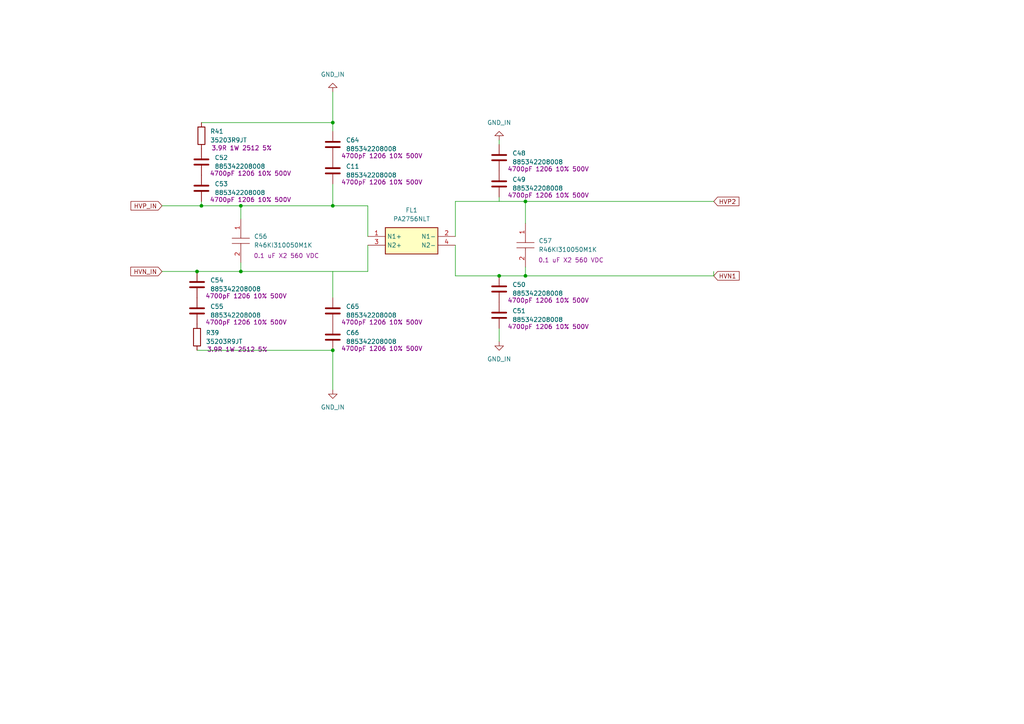
<source format=kicad_sch>
(kicad_sch (version 20250114) (generator "eeschema") (generator_version "9.0")
  (paper "A4")
  (lib_symbols
    (symbol "Device:C" (pin_numbers (hide yes)) (pin_names (offset 0.254))
      (property "Reference" "C" (at 0.635 2.54 0))
      (property "Value" "C" (at 0.635 -2.54 0))
      (symbol "C_0_1"
        (polyline (pts (xy -2.032 0.762) (xy 2.032 0.762)) (stroke (width 0.508)))
        (polyline (pts (xy -2.032 -0.762) (xy 2.032 -0.762)) (stroke (width 0.508)))
      )
      (symbol "C_1_1"
        (pin passive line (at 0 3.81 270) (length 2.794) (name "~") (number "1"))
        (pin passive line (at 0 -3.81 90) (length 2.794) (name "~") (number "2"))
      )
    )
    (symbol "Device:R" (pin_numbers (hide yes)) (pin_names (offset 0))
      (property "Reference" "R" (at 2.032 0 90))
      (property "Value" "R" (at 0 0 90))
      (symbol "R_0_1"
        (rectangle (start -1.016 -2.54) (end 1.016 2.54) (stroke (width 0.254)))
      )
      (symbol "R_1_1"
        (pin passive line (at 0 3.81 270) (length 1.27) (name "~") (number "1"))
        (pin passive line (at 0 -3.81 90) (length 1.27) (name "~") (number "2"))
      )
    )
    (symbol "PA2756NLT:PA2756NLT"
      (property "Reference" "FL" (at 21.59 7.62 0))
      (property "Value" "PA2756NLT" (at 21.59 5.08 0))
      (symbol "PA2756NLT_1_1"
        (rectangle (start 5.08 2.54) (end 20.32 -5.08) (stroke (width 0.254)) (fill (type background)))
        (pin passive line (at 0 0 0) (length 5.08) (name "N1+") (number "1"))
        (pin passive line (at 0 -2.54 0) (length 5.08) (name "N2+") (number "3"))
        (pin passive line (at 25.4 0 180) (length 5.08) (name "N1-") (number "2"))
        (pin passive line (at 25.4 -2.54 180) (length 5.08) (name "N2-") (number "4"))
      )
    )
    (symbol "R46KI310050M1K:R46KI310050M1K" (pin_names (offset 0.762))
      (property "Reference" "C" (at 8.89 6.35 0))
      (property "Value" "R46KI310050M1K" (at 8.89 3.81 0))
      (symbol "R46KI310050M1K_0_0"
        (pin passive line (at 0 0 0) (length 5.08) (name "~") (number "1"))
        (pin passive line (at 12.7 0 180) (length 5.08) (name "~") (number "2"))
      )
      (symbol "R46KI310050M1K_0_1"
        (polyline (pts (xy 5.08 0) (xy 5.588 0)) (stroke (width 0.1524)))
        (polyline (pts (xy 5.588 2.54) (xy 5.588 -2.54)) (stroke (width 0.1524)))
        (polyline (pts (xy 7.112 2.54) (xy 7.112 -2.54)) (stroke (width 0.1524)))
        (polyline (pts (xy 7.112 0) (xy 7.62 0)) (stroke (width 0.1524)))
      )
    )
    (symbol "power:GND2" (power) (pin_numbers (hide yes)) (pin_names (offset 0) (hide yes))
      (property "Value" "GND2" (at 0 -3.81 0))
      (symbol "GND2_0_1"
        (polyline (pts (xy 0 0) (xy 0 -1.27) (xy 1.27 -1.27) (xy 0 -2.54) (xy -1.27 -1.27) (xy 0 -1.27)))
      )
      (symbol "GND2_1_1"
        (pin power_in line (at 0 0 270) (length 0) (name "~") (number "1"))
      )
    )
  )
  (junction (at 96.52 59.69))
  (junction (at 96.52 35.56))
  (junction (at 152.4 80.01))
  (junction (at 152.4 58.42))
  (junction (at 96.52 101.6))
  (junction (at 69.85 78.74))
  (junction (at 144.78 80.01))
  (junction (at 58.42 59.69))
  (junction (at 69.85 59.69))
  (junction (at 57.15 78.74))
  (wire (pts (xy 152.4 77.47) (xy 152.4 80.01)))
  (wire (pts (xy 69.85 76.2) (xy 69.85 78.74)))
  (wire (pts (xy 106.68 71.12) (xy 106.68 78.74)))
  (wire (pts (xy 144.78 57.15) (xy 144.78 58.42)))
  (wire (pts (xy 96.52 101.6) (xy 96.52 113.03)))
  (wire (pts (xy 132.08 58.42) (xy 152.4 58.42)))
  (wire (pts (xy 152.4 58.42) (xy 152.4 64.77)))
  (wire (pts (xy 96.52 35.56) (xy 96.52 38.1)))
  (wire (pts (xy 58.42 59.69) (xy 69.85 59.69)))
  (wire (pts (xy 69.85 59.69) (xy 69.85 63.5)))
  (wire (pts (xy 96.52 59.69) (xy 106.68 59.69)))
  (wire (pts (xy 207.01 80.01) (xy 207.01 78.74)))
  (wire (pts (xy 132.08 71.12) (xy 132.08 80.01)))
  (wire (pts (xy 58.42 35.56) (xy 96.52 35.56)))
  (wire (pts (xy 57.15 78.74) (xy 69.85 78.74)))
  (wire (pts (xy 46.99 59.69) (xy 58.42 59.69)))
  (wire (pts (xy 144.78 40.64) (xy 144.78 41.91)))
  (wire (pts (xy 144.78 95.25) (xy 144.78 99.06)))
  (wire (pts (xy 132.08 80.01) (xy 144.78 80.01)))
  (wire (pts (xy 106.68 59.69) (xy 106.68 68.58)))
  (wire (pts (xy 96.52 26.67) (xy 96.52 35.56)))
  (wire (pts (xy 132.08 68.58) (xy 132.08 58.42)))
  (wire (pts (xy 46.99 78.74) (xy 57.15 78.74)))
  (wire (pts (xy 152.4 80.01) (xy 207.01 80.01)))
  (wire (pts (xy 96.52 53.34) (xy 96.52 59.69)))
  (wire (pts (xy 144.78 80.01) (xy 152.4 80.01)))
  (wire (pts (xy 152.4 58.42) (xy 207.01 58.42)))
  (wire (pts (xy 69.85 59.69) (xy 96.52 59.69)))
  (wire (pts (xy 69.85 78.74) (xy 106.68 78.74)))
  (wire (pts (xy 58.42 58.42) (xy 58.42 59.69)))
  (wire (pts (xy 96.52 78.74) (xy 96.52 86.36)))
  (wire (pts (xy 57.15 101.6) (xy 96.52 101.6)))
  (global_label "HVN_IN" (shape input) (at 46.99 78.74 180) (property "Intersheetrefs" "${INTERSHEET_REFS}" (effects (hide yes))))
  (global_label "HVP2" (shape input) (at 207.01 58.42 0) (property "Intersheetrefs" "${INTERSHEET_REFS}" (effects (hide yes))))
  (global_label "HVP_IN" (shape input) (at 46.99 59.69 180) (property "Intersheetrefs" "${INTERSHEET_REFS}" (effects (hide yes))))
  (global_label "HVN1" (shape input) (at 207.01 80.01 0) (property "Intersheetrefs" "${INTERSHEET_REFS}" (effects (hide yes))))
  (symbol (lib_id "Device:C") (at 57.15 90.17 0) (unit 1)
    (property "Reference" "C55" (at 60.96 88.8999 0) (effects (justify left)))
    (property "Value" "885342208008" (at 60.96 91.4399 0) (effects (justify left)))
    (property "Footprint" "Capacitor_SMD:C_1206_3216Metric" (effects (hide yes)))
    (property "Datasheet" "https://www.we-online.com/components/products/datasheet/885342208008.pdf" (effects (hide yes)))
    (property "Description" "Unpolarized capacitor" (effects (hide yes)))
    (property "Value2" "4700pF 1206 10% 500V " (at 71.882 93.472 0))
  )
  (symbol (lib_id "power:GND2") (at 144.78 40.64 0) (mirror x) (unit 1)
    (property "Reference" "#PWR048" (effects (hide yes)))
    (property "Value" "GND_IN" (at 144.78 35.56 0))
    (property "Description" "Power symbol creates a global label with name \"GND2\" , ground" (effects (hide yes)))
  )
  (symbol (lib_id "Device:C") (at 58.42 46.99 0) (unit 1)
    (property "Reference" "C52" (at 62.23 45.7199 0) (effects (justify left)))
    (property "Value" "885342208008" (at 62.23 48.2599 0) (effects (justify left)))
    (property "Footprint" "Capacitor_SMD:C_1206_3216Metric" (effects (hide yes)))
    (property "Datasheet" "https://www.we-online.com/components/products/datasheet/885342208008.pdf" (effects (hide yes)))
    (property "Description" "Unpolarized capacitor" (effects (hide yes)))
    (property "Value2" "4700pF 1206 10% 500V " (at 73.152 50.292 0))
  )
  (symbol (lib_id "Device:C") (at 144.78 91.44 0) (unit 1)
    (property "Reference" "C51" (at 148.59 90.1699 0) (effects (justify left)))
    (property "Value" "885342208008" (at 148.59 92.7099 0) (effects (justify left)))
    (property "Footprint" "Capacitor_SMD:C_1206_3216Metric" (effects (hide yes)))
    (property "Datasheet" "https://www.we-online.com/components/products/datasheet/885342208008.pdf" (effects (hide yes)))
    (property "Description" "Unpolarized capacitor" (effects (hide yes)))
    (property "Value2" "4700pF 1206 10% 500V " (at 159.512 94.742 0))
  )
  (symbol (lib_id "Device:C") (at 144.78 83.82 0) (unit 1)
    (property "Reference" "C50" (at 148.59 82.5499 0) (effects (justify left)))
    (property "Value" "885342208008" (at 148.59 85.0899 0) (effects (justify left)))
    (property "Footprint" "Capacitor_SMD:C_1206_3216Metric" (effects (hide yes)))
    (property "Datasheet" "https://www.we-online.com/components/products/datasheet/885342208008.pdf" (effects (hide yes)))
    (property "Description" "Unpolarized capacitor" (effects (hide yes)))
    (property "Value2" "4700pF 1206 10% 500V " (at 159.512 87.122 0))
  )
  (symbol (lib_id "Device:C") (at 96.52 97.79 0) (unit 1)
    (property "Reference" "C66" (at 100.33 96.5199 0) (effects (justify left)))
    (property "Value" "885342208008" (at 100.33 99.0599 0) (effects (justify left)))
    (property "Footprint" "Capacitor_SMD:C_1206_3216Metric" (effects (hide yes)))
    (property "Datasheet" "https://www.we-online.com/components/products/datasheet/885342208008.pdf" (effects (hide yes)))
    (property "Description" "Unpolarized capacitor" (effects (hide yes)))
    (property "Value2" "4700pF 1206 10% 500V " (at 111.252 101.092 0))
  )
  (symbol (lib_id "Device:C") (at 96.52 49.53 0) (unit 1)
    (property "Reference" "C11" (at 100.33 48.2599 0) (effects (justify left)))
    (property "Value" "885342208008" (at 100.33 50.7999 0) (effects (justify left)))
    (property "Footprint" "Capacitor_SMD:C_1206_3216Metric" (effects (hide yes)))
    (property "Datasheet" "https://www.we-online.com/components/products/datasheet/885342208008.pdf" (effects (hide yes)))
    (property "Description" "Unpolarized capacitor" (effects (hide yes)))
    (property "Value2" "4700pF 1206 10% 500V " (at 111.252 52.832 0))
  )
  (symbol (lib_id "power:GND2") (at 96.52 113.03 0) (unit 1)
    (property "Reference" "#PWR044" (effects (hide yes)))
    (property "Value" "GND_IN" (at 96.52 118.11 0))
    (property "Description" "Power symbol creates a global label with name \"GND2\" , ground" (effects (hide yes)))
  )
  (symbol (lib_id "power:GND2") (at 96.52 26.67 0) (mirror x) (unit 1)
    (property "Reference" "#PWR047" (effects (hide yes)))
    (property "Value" "GND_IN" (at 96.52 21.59 0))
    (property "Description" "Power symbol creates a global label with name \"GND2\" , ground" (effects (hide yes)))
  )
  (symbol (lib_id "R46KI310050M1K:R46KI310050M1K") (at 152.4 64.77 270) (unit 1)
    (property "Reference" "C57" (at 156.21 69.8499 90) (effects (justify left)))
    (property "Value" "R46KI310050M1K" (at 156.21 72.3899 90) (effects (justify left)))
    (property "Footprint" "R46KI310050M1K:R46KI310050M1K" (effects (hide yes)))
    (property "Datasheet" "https://search.kemet.com/component-documentation/download/specsheet/R46KI310050M1K" (effects (hide yes)))
    (property "Description" "R46 275 VAC, Film, Metallized Polypropylene, Safety, 0.1 uF, 10%, 275 VAC (X2), 560 VDC, 110C, 15mm" (effects (hide yes)))
    (property "Description_1" "R46 275 VAC, Film, Metallized Polypropylene, Safety, 0.1 uF, 10%, 275 VAC (X2), 560 VDC, 110C, 15mm" (effects (hide yes)))
    (property "Height" "11.1" (effects (hide yes)))
    (property "Mouser Part Number" "80-R46KI310050M1K" (effects (hide yes)))
    (property "Mouser Price/Stock" "https://www.mouser.co.uk/ProductDetail/KEMET/R46KI310050M1K/?qs=D0iH%252BVFiYPMp3c4CZzIXlA%3D%3D" (effects (hide yes)))
    (property "Manufacturer_Name" "KEMET" (effects (hide yes)))
    (property "Manufacturer_Part_Number" "R46KI310050M1K" (effects (hide yes)))
    (property "Value2" "0.1 uF X2 560 VDC" (at 165.608 75.438 90))
  )
  (symbol (lib_id "Device:C") (at 58.42 54.61 0) (unit 1)
    (property "Reference" "C53" (at 62.23 53.3399 0) (effects (justify left)))
    (property "Value" "885342208008" (at 62.23 55.8799 0) (effects (justify left)))
    (property "Footprint" "Capacitor_SMD:C_1206_3216Metric" (effects (hide yes)))
    (property "Datasheet" "https://www.we-online.com/components/products/datasheet/885342208008.pdf" (effects (hide yes)))
    (property "Description" "Unpolarized capacitor" (effects (hide yes)))
    (property "Value2" "4700pF 1206 10% 500V " (at 73.152 57.912 0))
  )
  (symbol (lib_id "power:GND2") (at 144.78 99.06 0) (unit 1)
    (property "Reference" "#PWR046" (effects (hide yes)))
    (property "Value" "GND_IN" (at 144.78 104.14 0))
    (property "Description" "Power symbol creates a global label with name \"GND2\" , ground" (effects (hide yes)))
  )
  (symbol (lib_id "Device:C") (at 96.52 90.17 0) (unit 1)
    (property "Reference" "C65" (at 100.33 88.8999 0) (effects (justify left)))
    (property "Value" "885342208008" (at 100.33 91.4399 0) (effects (justify left)))
    (property "Footprint" "Capacitor_SMD:C_1206_3216Metric" (effects (hide yes)))
    (property "Datasheet" "https://www.we-online.com/components/products/datasheet/885342208008.pdf" (effects (hide yes)))
    (property "Description" "Unpolarized capacitor" (effects (hide yes)))
    (property "Value2" "4700pF 1206 10% 500V " (at 111.252 93.472 0))
  )
  (symbol (lib_id "Device:C") (at 144.78 45.72 0) (unit 1)
    (property "Reference" "C48" (at 148.59 44.4499 0) (effects (justify left)))
    (property "Value" "885342208008" (at 148.59 46.9899 0) (effects (justify left)))
    (property "Footprint" "Capacitor_SMD:C_1206_3216Metric" (effects (hide yes)))
    (property "Datasheet" "https://www.we-online.com/components/products/datasheet/885342208008.pdf" (effects (hide yes)))
    (property "Description" "Unpolarized capacitor" (effects (hide yes)))
    (property "Value2" "4700pF 1206 10% 500V " (at 159.512 49.022 0))
  )
  (symbol (lib_id "PA2756NLT:PA2756NLT") (at 106.68 68.58 0) (unit 1)
    (property "Reference" "FL1" (at 119.38 60.96 0))
    (property "Value" "PA2756NLT" (at 119.38 63.5 0))
    (property "Footprint" "PA2756NLT:PA2756NLT" (effects (hide yes)))
    (property "Description" "Common Mode Chokes / Filters 484 UH 8A" (effects (hide yes)))
    (property "Height" "9.91" (effects (hide yes)))
    (property "Mouser Part Number" "673-PA2756NLT" (effects (hide yes)))
    (property "Mouser Price/Stock" "https://www.mouser.co.uk/ProductDetail/Pulse-Electronics/PA2756NLT?qs=EU6FO9ffTwfuV3zHiQJj4A%3D%3D" (effects (hide yes)))
    (property "Manufacturer_Name" "PULSE" (effects (hide yes)))
    (property "Manufacturer_Part_Number" "PA2756NLT" (effects (hide yes)))
  )
  (symbol (lib_id "R46KI310050M1K:R46KI310050M1K") (at 69.85 63.5 270) (unit 1)
    (property "Reference" "C56" (at 73.66 68.5799 90) (effects (justify left)))
    (property "Value" "R46KI310050M1K" (at 73.66 71.1199 90) (effects (justify left)))
    (property "Footprint" "R46KI310050M1K:R46KI310050M1K" (effects (hide yes)))
    (property "Datasheet" "https://search.kemet.com/component-documentation/download/specsheet/R46KI310050M1K" (effects (hide yes)))
    (property "Description" "R46 275 VAC, Film, Metallized Polypropylene, Safety, 0.1 uF, 10%, 275 VAC (X2), 560 VDC, 110C, 15mm" (effects (hide yes)))
    (property "Description_1" "R46 275 VAC, Film, Metallized Polypropylene, Safety, 0.1 uF, 10%, 275 VAC (X2), 560 VDC, 110C, 15mm" (effects (hide yes)))
    (property "Height" "11.1" (effects (hide yes)))
    (property "Mouser Part Number" "80-R46KI310050M1K" (effects (hide yes)))
    (property "Mouser Price/Stock" "https://www.mouser.co.uk/ProductDetail/KEMET/R46KI310050M1K/?qs=D0iH%252BVFiYPMp3c4CZzIXlA%3D%3D" (effects (hide yes)))
    (property "Manufacturer_Name" "KEMET" (effects (hide yes)))
    (property "Manufacturer_Part_Number" "R46KI310050M1K" (effects (hide yes)))
    (property "Value2" "0.1 uF X2 560 VDC" (at 83.058 74.168 90))
  )
  (symbol (lib_id "Device:R") (at 57.15 97.79 0) (unit 1)
    (property "Reference" "R39" (at 59.69 96.5199 0) (effects (justify left)))
    (property "Value" "35203R9JT" (at 59.69 99.0599 0) (effects (justify left)))
    (property "Footprint" "Resistor_SMD:R_2512_6332Metric" (effects (hide yes)))
    (property "Description" "Resistor" (effects (hide yes)))
    (property "Value2" "3.9R 1W 2512 5%" (at 68.834 101.346 0))
  )
  (symbol (lib_id "Device:C") (at 57.15 82.55 0) (unit 1)
    (property "Reference" "C54" (at 60.96 81.2799 0) (effects (justify left)))
    (property "Value" "885342208008" (at 60.96 83.8199 0) (effects (justify left)))
    (property "Footprint" "Capacitor_SMD:C_1206_3216Metric" (effects (hide yes)))
    (property "Datasheet" "https://www.we-online.com/components/products/datasheet/885342208008.pdf" (effects (hide yes)))
    (property "Description" "Unpolarized capacitor" (effects (hide yes)))
    (property "Value2" "4700pF 1206 10% 500V " (at 71.882 85.852 0))
  )
  (symbol (lib_id "Device:R") (at 58.42 39.37 0) (unit 1)
    (property "Reference" "R41" (at 60.96 38.0999 0) (effects (justify left)))
    (property "Value" "35203R9JT" (at 60.96 40.6399 0) (effects (justify left)))
    (property "Footprint" "Resistor_SMD:R_2512_6332Metric" (effects (hide yes)))
    (property "Description" "Resistor" (effects (hide yes)))
    (property "Value2" "3.9R 1W 2512 5%" (at 70.104 42.926 0))
  )
  (symbol (lib_id "Device:C") (at 96.52 41.91 0) (unit 1)
    (property "Reference" "C64" (at 100.33 40.6399 0) (effects (justify left)))
    (property "Value" "885342208008" (at 100.33 43.1799 0) (effects (justify left)))
    (property "Footprint" "Capacitor_SMD:C_1206_3216Metric" (effects (hide yes)))
    (property "Datasheet" "https://www.we-online.com/components/products/datasheet/885342208008.pdf" (effects (hide yes)))
    (property "Description" "Unpolarized capacitor" (effects (hide yes)))
    (property "Value2" "4700pF 1206 10% 500V " (at 111.252 45.212 0))
  )
  (symbol (lib_id "Device:C") (at 144.78 53.34 0) (unit 1)
    (property "Reference" "C49" (at 148.59 52.0699 0) (effects (justify left)))
    (property "Value" "885342208008" (at 148.59 54.6099 0) (effects (justify left)))
    (property "Footprint" "Capacitor_SMD:C_1206_3216Metric" (effects (hide yes)))
    (property "Datasheet" "https://www.we-online.com/components/products/datasheet/885342208008.pdf" (effects (hide yes)))
    (property "Description" "Unpolarized capacitor" (effects (hide yes)))
    (property "Value2" "4700pF 1206 10% 500V " (at 159.512 56.642 0))
  )
)
</source>
